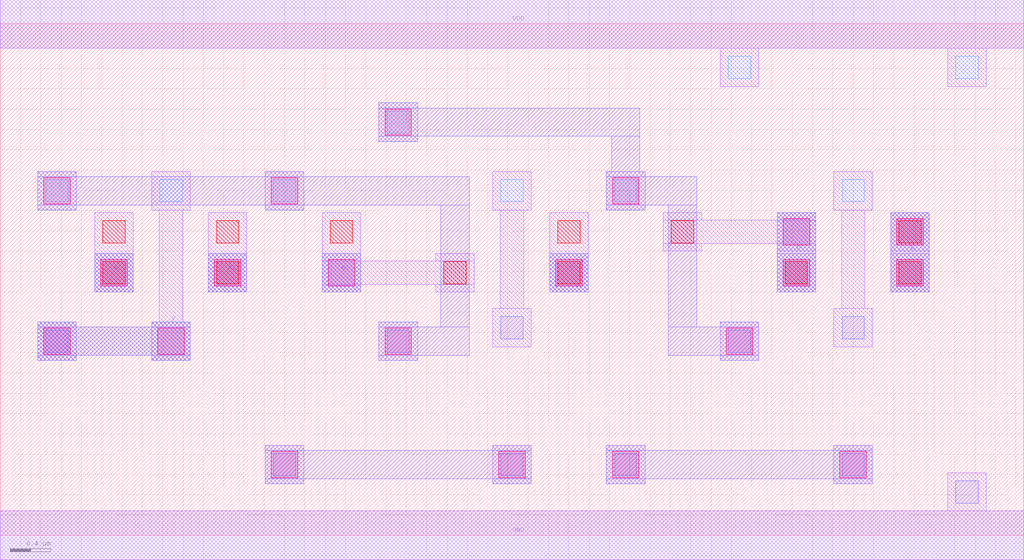
<source format=lef>
MACRO AOAOAI21111
 CLASS CORE ;
 FOREIGN AOAOAI21111 0 0 ;
 SIZE 10.08 BY 5.04 ;
 ORIGIN 0 0 ;
 SYMMETRY X Y R90 ;
 SITE unit ;
  PIN VDD
   DIRECTION INOUT ;
   USE POWER ;
   SHAPE ABUTMENT ;
    PORT
     CLASS CORE ;
       LAYER met1 ;
        RECT 0.00000000 4.80000000 10.08000000 5.28000000 ;
    END
  END VDD

  PIN GND
   DIRECTION INOUT ;
   USE POWER ;
   SHAPE ABUTMENT ;
    PORT
     CLASS CORE ;
       LAYER met1 ;
        RECT 0.00000000 -0.24000000 10.08000000 0.24000000 ;
    END
  END GND

  PIN Y
   DIRECTION INOUT ;
   USE SIGNAL ;
   SHAPE ABUTMENT ;
    PORT
     CLASS CORE ;
       LAYER met2 ;
        RECT 0.37000000 1.72200000 0.75000000 1.77200000 ;
        RECT 1.49000000 1.72200000 1.87000000 1.77200000 ;
        RECT 0.37000000 1.77200000 1.87000000 2.05200000 ;
        RECT 0.37000000 2.05200000 0.75000000 2.10200000 ;
        RECT 1.49000000 2.05200000 1.87000000 2.10200000 ;
    END
  END Y

  PIN A
   DIRECTION INOUT ;
   USE SIGNAL ;
   SHAPE ABUTMENT ;
    PORT
     CLASS CORE ;
       LAYER met2 ;
        RECT 0.93000000 2.39700000 1.31000000 2.77700000 ;
    END
  END A

  PIN E
   DIRECTION INOUT ;
   USE SIGNAL ;
   SHAPE ABUTMENT ;
    PORT
     CLASS CORE ;
       LAYER met2 ;
        RECT 8.77000000 2.39700000 9.15000000 3.18200000 ;
    END
  END E

  PIN B
   DIRECTION INOUT ;
   USE SIGNAL ;
   SHAPE ABUTMENT ;
    PORT
     CLASS CORE ;
       LAYER met2 ;
        RECT 3.17000000 2.39700000 3.55000000 2.77700000 ;
    END
  END B

  PIN C
   DIRECTION INOUT ;
   USE SIGNAL ;
   SHAPE ABUTMENT ;
    PORT
     CLASS CORE ;
       LAYER met2 ;
        RECT 5.41000000 2.39700000 5.79000000 2.77700000 ;
    END
  END C

  PIN D
   DIRECTION INOUT ;
   USE SIGNAL ;
   SHAPE ABUTMENT ;
    PORT
     CLASS CORE ;
       LAYER met2 ;
        RECT 7.65000000 2.39700000 8.03000000 3.18200000 ;
    END
  END D

  PIN A1
   DIRECTION INOUT ;
   USE SIGNAL ;
   SHAPE ABUTMENT ;
    PORT
     CLASS CORE ;
       LAYER met2 ;
        RECT 2.05000000 2.39700000 2.43000000 2.77700000 ;
    END
  END A1

 OBS
    LAYER polycont ;
     RECT 1.01000000 2.47700000 1.23000000 2.69700000 ;
     RECT 2.13000000 2.47700000 2.35000000 2.69700000 ;
     RECT 4.37000000 2.47700000 4.59000000 2.69700000 ;
     RECT 5.49000000 2.47700000 5.71000000 2.69700000 ;
     RECT 7.73000000 2.47700000 7.95000000 2.69700000 ;
     RECT 8.85000000 2.47700000 9.07000000 2.69700000 ;
     RECT 1.01000000 2.88200000 1.23000000 3.10200000 ;
     RECT 2.13000000 2.88200000 2.35000000 3.10200000 ;
     RECT 3.25000000 2.88200000 3.47000000 3.10200000 ;
     RECT 5.49000000 2.88200000 5.71000000 3.10200000 ;
     RECT 6.61000000 2.88200000 6.83000000 3.10200000 ;
     RECT 8.85000000 2.88200000 9.07000000 3.10200000 ;

    LAYER pdiffc ;
     RECT 0.45000000 3.28700000 0.67000000 3.50700000 ;
     RECT 1.57000000 3.28700000 1.79000000 3.50700000 ;
     RECT 2.69000000 3.28700000 2.91000000 3.50700000 ;
     RECT 4.93000000 3.28700000 5.15000000 3.50700000 ;
     RECT 6.05000000 3.28700000 6.27000000 3.50700000 ;
     RECT 8.29000000 3.28700000 8.51000000 3.50700000 ;
     RECT 3.81000000 3.96200000 4.03000000 4.18200000 ;
     RECT 7.17000000 4.50200000 7.39000000 4.72200000 ;
     RECT 9.41000000 4.50200000 9.63000000 4.72200000 ;

    LAYER ndiffc ;
     RECT 9.41000000 0.31700000 9.63000000 0.53700000 ;
     RECT 2.69000000 0.58700000 2.91000000 0.80700000 ;
     RECT 4.93000000 0.58700000 5.15000000 0.80700000 ;
     RECT 6.05000000 0.58700000 6.27000000 0.80700000 ;
     RECT 8.29000000 0.58700000 8.51000000 0.80700000 ;
     RECT 0.45000000 1.80200000 0.67000000 2.02200000 ;
     RECT 3.81000000 1.80200000 4.03000000 2.02200000 ;
     RECT 7.17000000 1.80200000 7.39000000 2.02200000 ;
     RECT 4.93000000 1.93700000 5.15000000 2.15700000 ;
     RECT 8.29000000 1.93700000 8.51000000 2.15700000 ;

    LAYER met1 ;
     RECT 0.00000000 -0.24000000 10.08000000 0.24000000 ;
     RECT 9.33000000 0.24000000 9.71000000 0.61700000 ;
     RECT 2.61000000 0.50700000 2.99000000 0.88700000 ;
     RECT 4.85000000 0.50700000 5.23000000 0.88700000 ;
     RECT 5.97000000 0.50700000 6.35000000 0.88700000 ;
     RECT 8.21000000 0.50700000 8.59000000 0.88700000 ;
     RECT 0.37000000 1.72200000 0.75000000 2.10200000 ;
     RECT 3.73000000 1.72200000 4.11000000 2.10200000 ;
     RECT 7.09000000 1.72200000 7.47000000 2.10200000 ;
     RECT 7.65000000 2.39700000 8.03000000 2.77700000 ;
     RECT 8.77000000 2.39700000 9.15000000 2.77700000 ;
     RECT 0.93000000 2.39700000 1.31000000 3.18200000 ;
     RECT 2.05000000 2.39700000 2.43000000 3.18200000 ;
     RECT 3.17000000 2.39700000 3.55000000 2.47200000 ;
     RECT 4.29000000 2.39700000 4.67000000 2.47200000 ;
     RECT 3.17000000 2.47200000 4.67000000 2.70200000 ;
     RECT 4.29000000 2.70200000 4.67000000 2.77700000 ;
     RECT 3.17000000 2.70200000 3.55000000 3.18200000 ;
     RECT 5.41000000 2.39700000 5.79000000 3.18200000 ;
     RECT 6.53000000 2.80200000 6.91000000 2.87700000 ;
     RECT 7.65000000 2.80200000 8.03000000 2.87700000 ;
     RECT 6.53000000 2.87700000 8.03000000 3.10700000 ;
     RECT 6.53000000 3.10700000 6.91000000 3.18200000 ;
     RECT 7.65000000 3.10700000 8.03000000 3.18200000 ;
     RECT 8.77000000 2.80200000 9.15000000 3.18200000 ;
     RECT 0.37000000 3.20700000 0.75000000 3.58700000 ;
     RECT 1.49000000 1.72200000 1.87000000 2.10200000 ;
     RECT 1.56500000 2.10200000 1.79500000 3.20700000 ;
     RECT 1.49000000 3.20700000 1.87000000 3.58700000 ;
     RECT 2.61000000 3.20700000 2.99000000 3.58700000 ;
     RECT 4.85000000 1.85700000 5.23000000 2.23700000 ;
     RECT 4.92500000 2.23700000 5.15500000 3.20700000 ;
     RECT 4.85000000 3.20700000 5.23000000 3.58700000 ;
     RECT 5.97000000 3.20700000 6.35000000 3.58700000 ;
     RECT 8.21000000 1.85700000 8.59000000 2.23700000 ;
     RECT 8.28500000 2.23700000 8.51500000 3.20700000 ;
     RECT 8.21000000 3.20700000 8.59000000 3.58700000 ;
     RECT 3.73000000 3.88200000 4.11000000 4.26200000 ;
     RECT 7.09000000 4.42200000 7.47000000 4.80000000 ;
     RECT 9.33000000 4.42200000 9.71000000 4.80000000 ;
     RECT 0.00000000 4.80000000 10.08000000 5.28000000 ;

    LAYER via1 ;
     RECT 2.67000000 0.56700000 2.93000000 0.82700000 ;
     RECT 4.91000000 0.56700000 5.17000000 0.82700000 ;
     RECT 6.03000000 0.56700000 6.29000000 0.82700000 ;
     RECT 8.27000000 0.56700000 8.53000000 0.82700000 ;
     RECT 0.43000000 1.78200000 0.69000000 2.04200000 ;
     RECT 1.55000000 1.78200000 1.81000000 2.04200000 ;
     RECT 3.79000000 1.78200000 4.05000000 2.04200000 ;
     RECT 7.15000000 1.78200000 7.41000000 2.04200000 ;
     RECT 0.99000000 2.45700000 1.25000000 2.71700000 ;
     RECT 2.11000000 2.45700000 2.37000000 2.71700000 ;
     RECT 3.23000000 2.45700000 3.49000000 2.71700000 ;
     RECT 5.47000000 2.45700000 5.73000000 2.71700000 ;
     RECT 7.71000000 2.45700000 7.97000000 2.71700000 ;
     RECT 8.83000000 2.45700000 9.09000000 2.71700000 ;
     RECT 7.71000000 2.86200000 7.97000000 3.12200000 ;
     RECT 8.83000000 2.86200000 9.09000000 3.12200000 ;
     RECT 0.43000000 3.26700000 0.69000000 3.52700000 ;
     RECT 2.67000000 3.26700000 2.93000000 3.52700000 ;
     RECT 6.03000000 3.26700000 6.29000000 3.52700000 ;
     RECT 3.79000000 3.94200000 4.05000000 4.20200000 ;

    LAYER met2 ;
     RECT 2.61000000 0.50700000 2.99000000 0.55700000 ;
     RECT 4.85000000 0.50700000 5.23000000 0.55700000 ;
     RECT 2.61000000 0.55700000 5.23000000 0.83700000 ;
     RECT 2.61000000 0.83700000 2.99000000 0.88700000 ;
     RECT 4.85000000 0.83700000 5.23000000 0.88700000 ;
     RECT 5.97000000 0.50700000 6.35000000 0.55700000 ;
     RECT 8.21000000 0.50700000 8.59000000 0.55700000 ;
     RECT 5.97000000 0.55700000 8.59000000 0.83700000 ;
     RECT 5.97000000 0.83700000 6.35000000 0.88700000 ;
     RECT 8.21000000 0.83700000 8.59000000 0.88700000 ;
     RECT 0.37000000 1.72200000 0.75000000 1.77200000 ;
     RECT 1.49000000 1.72200000 1.87000000 1.77200000 ;
     RECT 0.37000000 1.77200000 1.87000000 2.05200000 ;
     RECT 0.37000000 2.05200000 0.75000000 2.10200000 ;
     RECT 1.49000000 2.05200000 1.87000000 2.10200000 ;
     RECT 0.93000000 2.39700000 1.31000000 2.77700000 ;
     RECT 2.05000000 2.39700000 2.43000000 2.77700000 ;
     RECT 3.17000000 2.39700000 3.55000000 2.77700000 ;
     RECT 5.41000000 2.39700000 5.79000000 2.77700000 ;
     RECT 7.65000000 2.39700000 8.03000000 3.18200000 ;
     RECT 8.77000000 2.39700000 9.15000000 3.18200000 ;
     RECT 3.73000000 1.72200000 4.11000000 1.77200000 ;
     RECT 3.73000000 1.77200000 4.62000000 2.05200000 ;
     RECT 3.73000000 2.05200000 4.11000000 2.10200000 ;
     RECT 0.37000000 3.20700000 0.75000000 3.25700000 ;
     RECT 2.61000000 3.20700000 2.99000000 3.25700000 ;
     RECT 4.34000000 2.05200000 4.62000000 3.25700000 ;
     RECT 0.37000000 3.25700000 4.62000000 3.53700000 ;
     RECT 0.37000000 3.53700000 0.75000000 3.58700000 ;
     RECT 2.61000000 3.53700000 2.99000000 3.58700000 ;
     RECT 7.09000000 1.72200000 7.47000000 1.77200000 ;
     RECT 6.58000000 1.77200000 7.47000000 2.05200000 ;
     RECT 7.09000000 2.05200000 7.47000000 2.10200000 ;
     RECT 5.97000000 3.20700000 6.35000000 3.25700000 ;
     RECT 6.58000000 2.05200000 6.86000000 3.25700000 ;
     RECT 5.97000000 3.25700000 6.86000000 3.53700000 ;
     RECT 5.97000000 3.53700000 6.35000000 3.58700000 ;
     RECT 3.73000000 3.88200000 4.11000000 3.93200000 ;
     RECT 6.02000000 3.58700000 6.30000000 3.93200000 ;
     RECT 3.73000000 3.93200000 6.30000000 4.21200000 ;
     RECT 3.73000000 4.21200000 4.11000000 4.26200000 ;

 END
END AOAOAI21111

</source>
